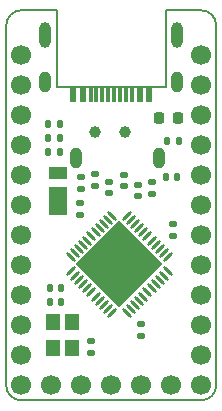
<source format=gts>
G04 #@! TF.GenerationSoftware,KiCad,Pcbnew,(6.0.4)*
G04 #@! TF.CreationDate,2022-05-16T01:26:14+08:00*
G04 #@! TF.ProjectId,whale,7768616c-652e-46b6-9963-61645f706362,0.1*
G04 #@! TF.SameCoordinates,Original*
G04 #@! TF.FileFunction,Soldermask,Top*
G04 #@! TF.FilePolarity,Negative*
%FSLAX46Y46*%
G04 Gerber Fmt 4.6, Leading zero omitted, Abs format (unit mm)*
G04 Created by KiCad (PCBNEW (6.0.4)) date 2022-05-16 01:26:14*
%MOMM*%
%LPD*%
G01*
G04 APERTURE LIST*
G04 Aperture macros list*
%AMRoundRect*
0 Rectangle with rounded corners*
0 $1 Rounding radius*
0 $2 $3 $4 $5 $6 $7 $8 $9 X,Y pos of 4 corners*
0 Add a 4 corners polygon primitive as box body*
4,1,4,$2,$3,$4,$5,$6,$7,$8,$9,$2,$3,0*
0 Add four circle primitives for the rounded corners*
1,1,$1+$1,$2,$3*
1,1,$1+$1,$4,$5*
1,1,$1+$1,$6,$7*
1,1,$1+$1,$8,$9*
0 Add four rect primitives between the rounded corners*
20,1,$1+$1,$2,$3,$4,$5,0*
20,1,$1+$1,$4,$5,$6,$7,0*
20,1,$1+$1,$6,$7,$8,$9,0*
20,1,$1+$1,$8,$9,$2,$3,0*%
%AMHorizOval*
0 Thick line with rounded ends*
0 $1 width*
0 $2 $3 position (X,Y) of the first rounded end (center of the circle)*
0 $4 $5 position (X,Y) of the second rounded end (center of the circle)*
0 Add line between two ends*
20,1,$1,$2,$3,$4,$5,0*
0 Add two circle primitives to create the rounded ends*
1,1,$1,$2,$3*
1,1,$1,$4,$5*%
%AMRotRect*
0 Rectangle, with rotation*
0 The origin of the aperture is its center*
0 $1 length*
0 $2 width*
0 $3 Rotation angle, in degrees counterclockwise*
0 Add horizontal line*
21,1,$1,$2,0,0,$3*%
G04 Aperture macros list end*
G04 #@! TA.AperFunction,Profile*
%ADD10C,0.150000*%
G04 #@! TD*
%ADD11RoundRect,0.147500X-0.147500X-0.172500X0.147500X-0.172500X0.147500X0.172500X-0.147500X0.172500X0*%
%ADD12RoundRect,0.147500X0.172500X-0.147500X0.172500X0.147500X-0.172500X0.147500X-0.172500X-0.147500X0*%
%ADD13R,1.200000X1.400000*%
%ADD14R,1.500000X2.400000*%
%ADD15R,1.500000X1.050000*%
%ADD16O,1.000000X1.800000*%
%ADD17O,1.000000X2.200000*%
%ADD18R,0.600000X1.150000*%
%ADD19R,0.300000X1.150000*%
%ADD20C,1.700000*%
%ADD21C,1.000000*%
%ADD22HorizOval,0.300000X0.282843X-0.282843X-0.282843X0.282843X0*%
%ADD23HorizOval,0.300000X0.282843X0.282843X-0.282843X-0.282843X0*%
%ADD24RotRect,5.200000X5.200000X315.000000*%
%ADD25RoundRect,0.147500X-0.172500X0.147500X-0.172500X-0.147500X0.172500X-0.147500X0.172500X0.147500X0*%
%ADD26RoundRect,0.147500X0.147500X0.172500X-0.147500X0.172500X-0.147500X-0.172500X0.147500X-0.172500X0*%
%ADD27RoundRect,0.135000X0.135000X0.185000X-0.135000X0.185000X-0.135000X-0.185000X0.135000X-0.185000X0*%
%ADD28RoundRect,0.218750X0.218750X0.256250X-0.218750X0.256250X-0.218750X-0.256250X0.218750X-0.256250X0*%
G04 APERTURE END LIST*
D10*
X30830000Y-22823554D02*
X30830000Y-29343554D01*
X27830000Y-55843554D02*
X43070000Y-55843554D01*
X26559946Y-54573554D02*
G75*
G03*
X27830000Y-55843554I1270054J54D01*
G01*
X26560000Y-24093554D02*
X26560000Y-54573554D01*
X30830000Y-29343554D02*
X40080000Y-29343554D01*
X27830000Y-22823554D02*
X30830000Y-22823554D01*
X40070000Y-22823554D02*
X43070000Y-22823554D01*
X43070000Y-55843500D02*
G75*
G03*
X44340000Y-54573554I100J1269900D01*
G01*
X40080000Y-29343554D02*
X40070000Y-22823554D01*
X44339946Y-24093554D02*
G75*
G03*
X43070000Y-22823554I-1269946J54D01*
G01*
X44340000Y-54573554D02*
X44340000Y-24093554D01*
X27830000Y-22823550D02*
G75*
G03*
X26560000Y-24093554I80J-1270080D01*
G01*
D11*
X30265000Y-47533554D03*
X31235000Y-47533554D03*
D12*
X33750000Y-51818554D03*
X33750000Y-50848554D03*
D13*
X32150000Y-51433554D03*
X32150000Y-49233554D03*
X30550000Y-49233554D03*
X30550000Y-51433554D03*
D12*
X34100000Y-37668554D03*
X34100000Y-36698554D03*
X35300000Y-38318554D03*
X35300000Y-37348554D03*
D11*
X30115000Y-34833554D03*
X31085000Y-34833554D03*
D12*
X32900000Y-37918554D03*
X32900000Y-36948554D03*
X37700000Y-38568554D03*
X37700000Y-37598554D03*
D14*
X30950000Y-38933554D03*
D15*
X30950000Y-36558554D03*
D12*
X32850000Y-40118554D03*
X32850000Y-39148554D03*
D11*
X40065000Y-36933554D03*
X41035000Y-36933554D03*
D16*
X29875000Y-28923554D03*
X41025000Y-28923554D03*
D17*
X29875000Y-24923554D03*
X41025000Y-24923554D03*
D18*
X38650000Y-30023554D03*
X32250000Y-30023554D03*
X33050000Y-30023554D03*
X37850000Y-30023554D03*
D19*
X36700000Y-30023554D03*
X35700000Y-30023554D03*
X35200000Y-30023554D03*
X34200000Y-30023554D03*
X33700000Y-30023554D03*
X34700000Y-30023554D03*
X36200000Y-30023554D03*
X37200000Y-30023554D03*
D20*
X40530000Y-54573554D03*
X37990000Y-54573554D03*
X35450000Y-54573554D03*
X32910000Y-54573554D03*
X30370000Y-54573554D03*
D21*
X34070000Y-33160000D03*
X36610000Y-33160000D03*
D20*
X27830000Y-54573554D03*
X27830000Y-52033554D03*
X27830000Y-49493554D03*
X27830000Y-46953554D03*
X27830000Y-44413554D03*
X27830000Y-41873554D03*
X27830000Y-39333554D03*
X27830000Y-36793554D03*
X27830000Y-34253554D03*
X27830000Y-31713554D03*
X27830000Y-29173554D03*
X27830000Y-26633554D03*
X43070000Y-26633554D03*
X43070000Y-29173554D03*
X43070000Y-31713554D03*
X43070000Y-34253554D03*
X43070000Y-36793554D03*
X43070000Y-39333554D03*
X43070000Y-41873554D03*
X43070000Y-44413554D03*
X43070000Y-46953554D03*
X43070000Y-49493554D03*
X43070000Y-52033554D03*
X43070000Y-54573554D03*
D11*
X30115000Y-32433554D03*
X31085000Y-32433554D03*
X30115000Y-33633554D03*
X31085000Y-33633554D03*
D22*
X35548959Y-40196979D03*
X35195406Y-40550533D03*
X34841852Y-40904086D03*
X34488299Y-41257640D03*
X34134746Y-41611193D03*
X33781192Y-41964746D03*
X33427639Y-42318300D03*
X33074086Y-42671853D03*
X32720532Y-43025406D03*
X32366979Y-43378960D03*
X32013425Y-43732513D03*
D23*
X32013425Y-44934595D03*
X32366979Y-45288148D03*
X32720532Y-45641702D03*
X33074086Y-45995255D03*
X33427639Y-46348808D03*
X33781192Y-46702362D03*
X34134746Y-47055915D03*
X34488299Y-47409468D03*
X34841852Y-47763022D03*
X35195406Y-48116575D03*
X35548959Y-48470129D03*
D22*
X36751041Y-48470129D03*
X37104594Y-48116575D03*
X37458148Y-47763022D03*
X37811701Y-47409468D03*
X38165254Y-47055915D03*
X38518808Y-46702362D03*
X38872361Y-46348808D03*
X39225914Y-45995255D03*
X39579468Y-45641702D03*
X39933021Y-45288148D03*
X40286575Y-44934595D03*
D23*
X40286575Y-43732513D03*
X39933021Y-43378960D03*
X39579468Y-43025406D03*
X39225914Y-42671853D03*
X38872361Y-42318300D03*
X38518808Y-41964746D03*
X38165254Y-41611193D03*
X37811701Y-41257640D03*
X37458148Y-40904086D03*
X37104594Y-40550533D03*
X36751041Y-40196979D03*
D24*
X36150000Y-44333554D03*
D12*
X36500000Y-37718554D03*
X36500000Y-36748554D03*
D25*
X40650000Y-40948554D03*
X40650000Y-41918554D03*
X38000000Y-49398554D03*
X38000000Y-50368554D03*
D26*
X31235000Y-46333554D03*
X30265000Y-46333554D03*
D12*
X38900000Y-38368554D03*
X38900000Y-37398554D03*
D16*
X32510000Y-35363554D03*
D27*
X41230000Y-33860000D03*
X40210000Y-33860000D03*
D28*
X41087500Y-31980000D03*
X39512500Y-31980000D03*
D16*
X39510000Y-35363554D03*
M02*

</source>
